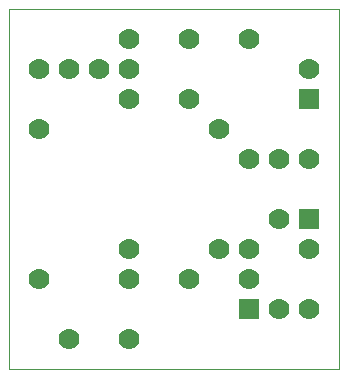
<source format=gtl>
G75*
%MOIN*%
%OFA0B0*%
%FSLAX25Y25*%
%IPPOS*%
%LPD*%
%AMOC8*
5,1,8,0,0,1.08239X$1,22.5*
%
%ADD10C,0.00472*%
%ADD11R,0.07000X0.07000*%
%ADD12C,0.07000*%
D10*
X0001236Y0001236D02*
X0001236Y0121236D01*
X0111236Y0121236D01*
X0111236Y0001236D01*
X0001236Y0001236D01*
D11*
X0081236Y0021236D03*
X0101236Y0051236D03*
X0101236Y0091236D03*
D12*
X0101236Y0101236D03*
X0081236Y0111236D03*
X0061236Y0111236D03*
X0061236Y0091236D03*
X0071236Y0081236D03*
X0081236Y0071236D03*
X0091236Y0071236D03*
X0101236Y0071236D03*
X0091236Y0051236D03*
X0081236Y0041236D03*
X0081236Y0031236D03*
X0091236Y0021236D03*
X0101236Y0021236D03*
X0101236Y0041236D03*
X0071236Y0041236D03*
X0061236Y0031236D03*
X0041236Y0031236D03*
X0041236Y0041236D03*
X0041236Y0011236D03*
X0021236Y0011236D03*
X0011236Y0031236D03*
X0011236Y0081236D03*
X0011236Y0101236D03*
X0021236Y0101236D03*
X0031236Y0101236D03*
X0041236Y0101236D03*
X0041236Y0091236D03*
X0041236Y0111236D03*
M02*

</source>
